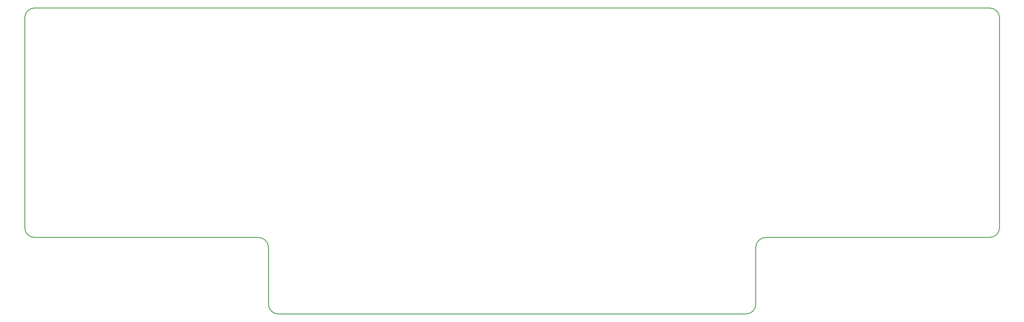
<source format=gbr>
%TF.GenerationSoftware,KiCad,Pcbnew,7.0.1*%
%TF.CreationDate,2023-03-24T13:46:13-04:00*%
%TF.ProjectId,kurp,6b757270-2e6b-4696-9361-645f70636258,v1.0.0*%
%TF.SameCoordinates,Original*%
%TF.FileFunction,Profile,NP*%
%FSLAX46Y46*%
G04 Gerber Fmt 4.6, Leading zero omitted, Abs format (unit mm)*
G04 Created by KiCad (PCBNEW 7.0.1) date 2023-03-24 13:46:13*
%MOMM*%
%LPD*%
G01*
G04 APERTURE LIST*
%TA.AperFunction,Profile*%
%ADD10C,0.150000*%
%TD*%
G04 APERTURE END LIST*
D10*
X148448692Y-140644608D02*
G75*
G03*
X146248733Y-138444608I-2199992J8D01*
G01*
X148448733Y-153244608D02*
X148448733Y-140644608D01*
X96648733Y-87444633D02*
G75*
G03*
X94448733Y-89644608I-33J-2199967D01*
G01*
X94448733Y-136244608D02*
X94448733Y-89644608D01*
X310448733Y-89644608D02*
X310448733Y-136244608D01*
X308248733Y-138444633D02*
G75*
G03*
X310448733Y-136244608I-33J2200033D01*
G01*
X94448692Y-136244608D02*
G75*
G03*
X96648733Y-138444608I2200008J8D01*
G01*
X310448692Y-89644608D02*
G75*
G03*
X308248733Y-87444608I-2199992J8D01*
G01*
X254248733Y-155444608D02*
X150648733Y-155444608D01*
X148448692Y-153244608D02*
G75*
G03*
X150648733Y-155444608I2200008J8D01*
G01*
X308248733Y-138444608D02*
X258648733Y-138444608D01*
X146248733Y-138444608D02*
X96648733Y-138444608D01*
X256448733Y-140644608D02*
X256448733Y-153244608D01*
X254248733Y-155444633D02*
G75*
G03*
X256448733Y-153244608I-33J2200033D01*
G01*
X96648733Y-87444608D02*
X308248733Y-87444608D01*
X258648733Y-138444633D02*
G75*
G03*
X256448733Y-140644608I-33J-2199967D01*
G01*
M02*

</source>
